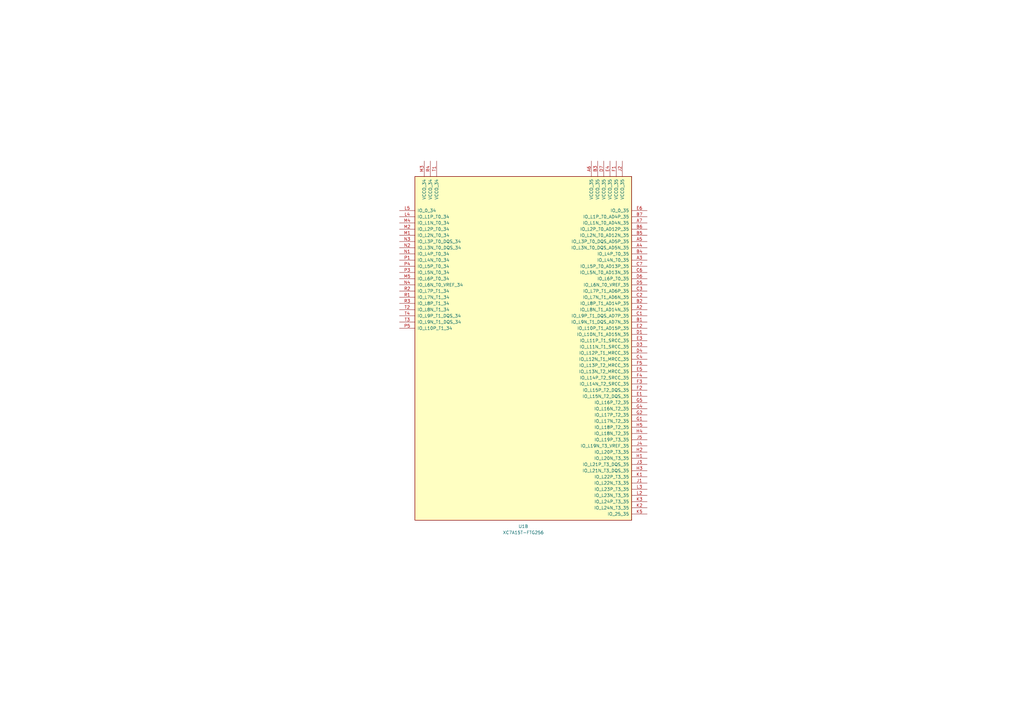
<source format=kicad_sch>
(kicad_sch (version 20231120) (generator "eeschema") (generator_version "8.0")
  (paper "A3")
  (lib_symbols
    (symbol "FPGA_Xilinx_Artix7:XC7A15T-FTG256" (pin_names (offset 1.016))
      (property "Reference" "U" (at 0 1.27 0))
      (property "Value" "XC7A15T-FTG256" (at 0 -1.27 0))
      (symbol "XC7A15T-FTG256_1_1"
        (rectangle (start -44.45 67.31) (end 44.45 -73.66) (stroke (width 0.254)) (fill (type background)))
        (pin bidirectional line (at 50.8 38.1 180) (length 6.35) (name "IO_L3N_T0_DQS_AD1N_15") (number "A10"))
        (pin bidirectional line (at 50.8 27.94 180) (length 6.35) (name "IO_L5N_T0_AD9N_15") (number "A12"))
        (pin bidirectional line (at 50.8 20.32 180) (length 6.35) (name "IO_L7P_T1_AD2P_15") (number "A13"))
        (pin bidirectional line (at 50.8 17.78 180) (length 6.35) (name "IO_L7N_T1_AD2N_15") (number "A14"))
        (pin bidirectional line (at 50.8 7.62 180) (length 6.35) (name "IO_L9N_T1_DQS_AD3N_15") (number "A15"))
        (pin power_in line (at 27.94 73.66 270) (length 6.35) (name "VCCO_15") (number "A16"))
        (pin bidirectional line (at 50.8 45.72 180) (length 6.35) (name "IO_L2P_T0_AD8P_15") (number "A8"))
        (pin bidirectional line (at 50.8 43.18 180) (length 6.35) (name "IO_L2N_T0_AD8N_15") (number "A9"))
        (pin bidirectional line (at 50.8 35.56 180) (length 6.35) (name "IO_L4P_T0_15") (number "B10"))
        (pin bidirectional line (at 50.8 33.02 180) (length 6.35) (name "IO_L4N_T0_15") (number "B11"))
        (pin bidirectional line (at 50.8 30.48 180) (length 6.35) (name "IO_L5P_T0_AD9P_15") (number "B12"))
        (pin power_in line (at 30.48 73.66 270) (length 6.35) (name "VCCO_15") (number "B13"))
        (pin bidirectional line (at 50.8 12.7 180) (length 6.35) (name "IO_L8N_T1_AD10N_15") (number "B14"))
        (pin bidirectional line (at 50.8 10.16 180) (length 6.35) (name "IO_L9P_T1_DQS_AD3P_15") (number "B15"))
        (pin bidirectional line (at 50.8 2.54 180) (length 6.35) (name "IO_L10N_T1_AD11N_15") (number "B16"))
        (pin bidirectional line (at 50.8 40.64 180) (length 6.35) (name "IO_L3P_T0_DQS_AD1P_15") (number "B9"))
        (pin power_in line (at 33.02 73.66 270) (length 6.35) (name "VCCO_15") (number "C10"))
        (pin bidirectional line (at 50.8 0 180) (length 6.35) (name "IO_L11P_T1_SRCC_15") (number "C11"))
        (pin bidirectional line (at 50.8 -2.54 180) (length 6.35) (name "IO_L11N_T1_SRCC_15") (number "C12"))
        (pin bidirectional line (at 50.8 -7.62 180) (length 6.35) (name "IO_L12N_T1_MRCC_15") (number "C13"))
        (pin bidirectional line (at 50.8 15.24 180) (length 6.35) (name "IO_L8P_T1_AD10P_15") (number "C14"))
        (pin bidirectional line (at 50.8 5.08 180) (length 6.35) (name "IO_L10P_T1_AD11P_15") (number "C16"))
        (pin bidirectional line (at 50.8 50.8 180) (length 6.35) (name "IO_L1P_T0_AD0P_15") (number "C8"))
        (pin bidirectional line (at 50.8 48.26 180) (length 6.35) (name "IO_L1N_T0_AD0N_15") (number "C9"))
        (pin bidirectional line (at 50.8 53.34 180) (length 6.35) (name "IO_0_15") (number "D10"))
        (pin bidirectional line (at 50.8 -17.78 180) (length 6.35) (name "IO_L14N_T2_SRCC_15") (number "D11"))
        (pin bidirectional line (at 50.8 -5.08 180) (length 6.35) (name "IO_L12P_T1_MRCC_15") (number "D13"))
        (pin bidirectional line (at 50.8 -20.32 180) (length 6.35) (name "IO_L15P_T2_DQS_15") (number "D14"))
        (pin bidirectional line (at 50.8 -22.86 180) (length 6.35) (name "IO_L15N_T2_DQS_ADV_B_15") (number "D15"))
        (pin bidirectional line (at 50.8 -33.02 180) (length 6.35) (name "IO_L17N_T2_A25_15") (number "D16"))
        (pin bidirectional line (at 50.8 25.4 180) (length 6.35) (name "IO_L6P_T0_15") (number "D8"))
        (pin bidirectional line (at 50.8 22.86 180) (length 6.35) (name "IO_L6N_T0_VREF_15") (number "D9"))
        (pin bidirectional line (at 50.8 -15.24 180) (length 6.35) (name "IO_L14P_T2_SRCC_15") (number "E11"))
        (pin bidirectional line (at 50.8 -10.16 180) (length 6.35) (name "IO_L13P_T2_MRCC_15") (number "E12"))
        (pin bidirectional line (at 50.8 -12.7 180) (length 6.35) (name "IO_L13N_T2_MRCC_15") (number "E13"))
        (pin power_in line (at 35.56 73.66 270) (length 6.35) (name "VCCO_15") (number "E14"))
        (pin bidirectional line (at 50.8 -38.1 180) (length 6.35) (name "IO_L18N_T2_A23_15") (number "E15"))
        (pin bidirectional line (at 50.8 -30.48 180) (length 6.35) (name "IO_L17P_T2_A26_15") (number "E16"))
        (pin bidirectional line (at 50.8 -25.4 180) (length 6.35) (name "IO_L16P_T2_A28_15") (number "F12"))
        (pin bidirectional line (at 50.8 -27.94 180) (length 6.35) (name "IO_L16N_T2_A27_15") (number "F13"))
        (pin bidirectional line (at 50.8 -53.34 180) (length 6.35) (name "IO_L21N_T3_DQS_A18_15") (number "F14"))
        (pin bidirectional line (at 50.8 -35.56 180) (length 6.35) (name "IO_L18P_T2_A24_15") (number "F15"))
        (pin bidirectional line (at 50.8 -71.12 180) (length 6.35) (name "IO_25_15") (number "G11"))
        (pin bidirectional line (at 50.8 -43.18 180) (length 6.35) (name "IO_L19N_T3_A21_VREF_15") (number "G12"))
        (pin bidirectional line (at 50.8 -50.8 180) (length 6.35) (name "IO_L21P_T3_DQS_15") (number "G14"))
        (pin bidirectional line (at 50.8 -68.58 180) (length 6.35) (name "IO_L24N_T3_RS0_15") (number "G15"))
        (pin bidirectional line (at 50.8 -58.42 180) (length 6.35) (name "IO_L22N_T3_A16_15") (number "G16"))
        (pin bidirectional line (at 50.8 -40.64 180) (length 6.35) (name "IO_L19P_T3_A22_15") (number "H11"))
        (pin bidirectional line (at 50.8 -45.72 180) (length 6.35) (name "IO_L20P_T3_A20_15") (number "H12"))
        (pin bidirectional line (at 50.8 -48.26 180) (length 6.35) (name "IO_L20N_T3_A19_15") (number "H13"))
        (pin bidirectional line (at 50.8 -66.04 180) (length 6.35) (name "IO_L24P_T3_RS1_15") (number "H14"))
        (pin power_in line (at 38.1 73.66 270) (length 6.35) (name "VCCO_15") (number "H15"))
        (pin bidirectional line (at 50.8 -55.88 180) (length 6.35) (name "IO_L22P_T3_A17_15") (number "H16"))
        (pin power_in line (at 40.64 73.66 270) (length 6.35) (name "VCCO_15") (number "J12"))
        (pin bidirectional line (at -50.8 50.8 0) (length 6.35) (name "IO_L1P_T0_D00_MOSI_14") (number "J13"))
        (pin bidirectional line (at -50.8 48.26 0) (length 6.35) (name "IO_L1N_T0_D01_DIN_14") (number "J14"))
        (pin bidirectional line (at 50.8 -60.96 180) (length 6.35) (name "IO_L23P_T3_FOE_B_15") (number "J15"))
        (pin bidirectional line (at 50.8 -63.5 180) (length 6.35) (name "IO_L23N_T3_FWE_B_15") (number "J16"))
        (pin bidirectional line (at -50.8 53.34 0) (length 6.35) (name "IO_0_14") (number "K12"))
        (pin bidirectional line (at -50.8 30.48 0) (length 6.35) (name "IO_L5P_T0_D06_14") (number "K13"))
        (pin bidirectional line (at -50.8 45.72 0) (length 6.35) (name "IO_L2P_T0_D02_14") (number "K15"))
        (pin bidirectional line (at -50.8 43.18 0) (length 6.35) (name "IO_L2N_T0_D03_14") (number "K16"))
        (pin bidirectional line (at -50.8 25.4 0) (length 6.35) (name "IO_L6P_T0_FCS_B_14") (number "L12"))
        (pin bidirectional line (at -50.8 27.94 0) (length 6.35) (name "IO_L5N_T0_D07_14") (number "L13"))
        (pin bidirectional line (at -50.8 35.56 0) (length 6.35) (name "IO_L4P_T0_D04_14") (number "L14"))
        (pin bidirectional line (at -50.8 40.64 0) (length 6.35) (name "IO_L3P_T0_DQS_PUDC_B_14") (number "L15"))
        (pin power_in line (at -40.64 73.66 270) (length 6.35) (name "VCCO_14") (number "L16"))
        (pin bidirectional line (at -50.8 22.86 0) (length 6.35) (name "IO_L6N_T0_D08_VREF_14") (number "M12"))
        (pin power_in line (at -38.1 73.66 270) (length 6.35) (name "VCCO_14") (number "M13"))
        (pin bidirectional line (at -50.8 33.02 0) (length 6.35) (name "IO_L4N_T0_D05_14") (number "M14"))
        (pin bidirectional line (at -50.8 38.1 0) (length 6.35) (name "IO_L3N_T0_DQS_EMCCLK_14") (number "M15"))
        (pin bidirectional line (at -50.8 20.32 0) (length 6.35) (name "IO_L7P_T1_D09_14") (number "M16"))
        (pin bidirectional line (at -50.8 -40.64 0) (length 6.35) (name "IO_L19P_T3_A10_D26_14") (number "M6"))
        (pin power_in line (at -35.56 73.66 270) (length 6.35) (name "VCCO_14") (number "N10"))
        (pin bidirectional line (at -50.8 -10.16 0) (length 6.35) (name "IO_L13P_T2_MRCC_14") (number "N11"))
        (pin bidirectional line (at -50.8 -12.7 0) (length 6.35) (name "IO_L13N_T2_MRCC_14") (number "N12"))
        (pin bidirectional line (at -50.8 0 0) (length 6.35) (name "IO_L11P_T1_SRCC_14") (number "N13"))
        (pin bidirectional line (at -50.8 -5.08 0) (length 6.35) (name "IO_L12P_T1_MRCC_14") (number "N14"))
        (pin bidirectional line (at -50.8 17.78 0) (length 6.35) (name "IO_L7N_T1_D10_14") (number "N16"))
        (pin bidirectional line (at -50.8 -43.18 0) (length 6.35) (name "IO_L19N_T3_A09_D25_VREF_14") (number "N6"))
        (pin bidirectional line (at -50.8 -35.56 0) (length 6.35) (name "IO_L18P_T2_A12_D28_14") (number "N9"))
        (pin bidirectional line (at -50.8 -15.24 0) (length 6.35) (name "IO_L14P_T2_SRCC_14") (number "P10"))
        (pin bidirectional line (at -50.8 -17.78 0) (length 6.35) (name "IO_L14N_T2_SRCC_14") (number "P11"))
        (pin bidirectional line (at -50.8 -2.54 0) (length 6.35) (name "IO_L11N_T1_SRCC_14") (number "P13"))
        (pin bidirectional line (at -50.8 -7.62 0) (length 6.35) (name "IO_L12N_T1_MRCC_14") (number "P14"))
        (pin bidirectional line (at -50.8 15.24 0) (length 6.35) (name "IO_L8P_T1_D11_14") (number "P15"))
        (pin bidirectional line (at -50.8 12.7 0) (length 6.35) (name "IO_L8N_T1_D12_14") (number "P16"))
        (pin bidirectional line (at -50.8 -71.12 0) (length 6.35) (name "IO_25_14") (number "P6"))
        (pin power_in line (at -33.02 73.66 270) (length 6.35) (name "VCCO_14") (number "P7"))
        (pin bidirectional line (at -50.8 -45.72 0) (length 6.35) (name "IO_L20P_T3_A08_D24_14") (number "P8"))
        (pin bidirectional line (at -50.8 -38.1 0) (length 6.35) (name "IO_L18N_T2_A11_D27_14") (number "P9"))
        (pin bidirectional line (at -50.8 -30.48 0) (length 6.35) (name "IO_L17P_T2_A14_D30_14") (number "R10"))
        (pin bidirectional line (at -50.8 -33.02 0) (length 6.35) (name "IO_L17N_T2_A13_D29_14") (number "R11"))
        (pin bidirectional line (at -50.8 -20.32 0) (length 6.35) (name "IO_L15P_T2_DQS_RDWR_B_14") (number "R12"))
        (pin bidirectional line (at -50.8 -25.4 0) (length 6.35) (name "IO_L16P_T2_CSI_B_14") (number "R13"))
        (pin power_in line (at -30.48 73.66 270) (length 6.35) (name "VCCO_14") (number "R14"))
        (pin bidirectional line (at -50.8 10.16 0) (length 6.35) (name "IO_L9P_T1_DQS_14") (number "R15"))
        (pin bidirectional line (at -50.8 7.62 0) (length 6.35) (name "IO_L9N_T1_DQS_D13_14") (number "R16"))
        (pin bidirectional line (at -50.8 -60.96 0) (length 6.35) (name "IO_L23P_T3_A03_D19_14") (number "R5"))
        (pin bidirectional line (at -50.8 -66.04 0) (length 6.35) (name "IO_L24P_T3_A01_D17_14") (number "R6"))
        (pin bidirectional line (at -50.8 -68.58 0) (length 6.35) (name "IO_L24N_T3_A00_D16_14") (number "R7"))
        (pin bidirectional line (at -50.8 -48.26 0) (length 6.35) (name "IO_L20N_T3_A07_D23_14") (number "R8"))
        (pin bidirectional line (at -50.8 -58.42 0) (length 6.35) (name "IO_L22N_T3_A04_D20_14") (number "T10"))
        (pin power_in line (at -27.94 73.66 270) (length 6.35) (name "VCCO_14") (number "T11"))
        (pin bidirectional line (at -50.8 -22.86 0) (length 6.35) (name "IO_L15N_T2_DQS_DOUT_CSO_B_14") (number "T12"))
        (pin bidirectional line (at -50.8 -27.94 0) (length 6.35) (name "IO_L16N_T2_A15_D31_14") (number "T13"))
        (pin bidirectional line (at -50.8 5.08 0) (length 6.35) (name "IO_L10P_T1_D14_14") (number "T14"))
        (pin bidirectional line (at -50.8 2.54 0) (length 6.35) (name "IO_L10N_T1_D15_14") (number "T15"))
        (pin bidirectional line (at -50.8 -63.5 0) (length 6.35) (name "IO_L23N_T3_A02_D18_14") (number "T5"))
        (pin bidirectional line (at -50.8 -50.8 0) (length 6.35) (name "IO_L21P_T3_DQS_14") (number "T7"))
        (pin bidirectional line (at -50.8 -53.34 0) (length 6.35) (name "IO_L21N_T3_DQS_A06_D22_14") (number "T8"))
        (pin bidirectional line (at -50.8 -55.88 0) (length 6.35) (name "IO_L22P_T3_A05_D21_14") (number "T9"))
      )
      (symbol "XC7A15T-FTG256_2_1"
        (rectangle (start -44.45 67.31) (end 44.45 -73.66) (stroke (width 0.254)) (fill (type background)))
        (pin bidirectional line (at 50.8 12.7 180) (length 6.35) (name "IO_L8N_T1_AD14N_35") (number "A2"))
        (pin bidirectional line (at 50.8 33.02 180) (length 6.35) (name "IO_L4N_T0_35") (number "A3"))
        (pin bidirectional line (at 50.8 38.1 180) (length 6.35) (name "IO_L3N_T0_DQS_AD5N_35") (number "A4"))
        (pin bidirectional line (at 50.8 40.64 180) (length 6.35) (name "IO_L3P_T0_DQS_AD5P_35") (number "A5"))
        (pin power_in line (at 27.94 73.66 270) (length 6.35) (name "VCCO_35") (number "A6"))
        (pin bidirectional line (at 50.8 48.26 180) (length 6.35) (name "IO_L1N_T0_AD4N_35") (number "A7"))
        (pin bidirectional line (at 50.8 7.62 180) (length 6.35) (name "IO_L9N_T1_DQS_AD7N_35") (number "B1"))
        (pin bidirectional line (at 50.8 15.24 180) (length 6.35) (name "IO_L8P_T1_AD14P_35") (number "B2"))
        (pin power_in line (at 30.48 73.66 270) (length 6.35) (name "VCCO_35") (number "B3"))
        (pin bidirectional line (at 50.8 35.56 180) (length 6.35) (name "IO_L4P_T0_35") (number "B4"))
        (pin bidirectional line (at 50.8 43.18 180) (length 6.35) (name "IO_L2N_T0_AD12N_35") (number "B5"))
        (pin bidirectional line (at 50.8 45.72 180) (length 6.35) (name "IO_L2P_T0_AD12P_35") (number "B6"))
        (pin bidirectional line (at 50.8 50.8 180) (length 6.35) (name "IO_L1P_T0_AD4P_35") (number "B7"))
        (pin bidirectional line (at 50.8 10.16 180) (length 6.35) (name "IO_L9P_T1_DQS_AD7P_35") (number "C1"))
        (pin bidirectional line (at 50.8 17.78 180) (length 6.35) (name "IO_L7N_T1_AD6N_35") (number "C2"))
        (pin bidirectional line (at 50.8 20.32 180) (length 6.35) (name "IO_L7P_T1_AD6P_35") (number "C3"))
        (pin bidirectional line (at 50.8 -7.62 180) (length 6.35) (name "IO_L12N_T1_MRCC_35") (number "C4"))
        (pin bidirectional line (at 50.8 27.94 180) (length 6.35) (name "IO_L5N_T0_AD13N_35") (number "C6"))
        (pin bidirectional line (at 50.8 30.48 180) (length 6.35) (name "IO_L5P_T0_AD13P_35") (number "C7"))
        (pin bidirectional line (at 50.8 2.54 180) (length 6.35) (name "IO_L10N_T1_AD15N_35") (number "D1"))
        (pin bidirectional line (at 50.8 -2.54 180) (length 6.35) (name "IO_L11N_T1_SRCC_35") (number "D3"))
        (pin bidirectional line (at 50.8 -5.08 180) (length 6.35) (name "IO_L12P_T1_MRCC_35") (number "D4"))
        (pin bidirectional line (at 50.8 22.86 180) (length 6.35) (name "IO_L6N_T0_VREF_35") (number "D5"))
        (pin bidirectional line (at 50.8 25.4 180) (length 6.35) (name "IO_L6P_T0_35") (number "D6"))
        (pin power_in line (at 33.02 73.66 270) (length 6.35) (name "VCCO_35") (number "D7"))
        (pin bidirectional line (at 50.8 -22.86 180) (length 6.35) (name "IO_L15N_T2_DQS_35") (number "E1"))
        (pin bidirectional line (at 50.8 5.08 180) (length 6.35) (name "IO_L10P_T1_AD15P_35") (number "E2"))
        (pin bidirectional line (at 50.8 0 180) (length 6.35) (name "IO_L11P_T1_SRCC_35") (number "E3"))
        (pin power_in line (at 35.56 73.66 270) (length 6.35) (name "VCCO_35") (number "E4"))
        (pin bidirectional line (at 50.8 -12.7 180) (length 6.35) (name "IO_L13N_T2_MRCC_35") (number "E5"))
        (pin bidirectional line (at 50.8 53.34 180) (length 6.35) (name "IO_0_35") (number "E6"))
        (pin power_in line (at 38.1 73.66 270) (length 6.35) (name "VCCO_35") (number "F1"))
        (pin bidirectional line (at 50.8 -20.32 180) (length 6.35) (name "IO_L15P_T2_DQS_35") (number "F2"))
        (pin bidirectional line (at 50.8 -17.78 180) (length 6.35) (name "IO_L14N_T2_SRCC_35") (number "F3"))
        (pin bidirectional line (at 50.8 -15.24 180) (length 6.35) (name "IO_L14P_T2_SRCC_35") (number "F4"))
        (pin bidirectional line (at 50.8 -10.16 180) (length 6.35) (name "IO_L13P_T2_MRCC_35") (number "F5"))
        (pin bidirectional line (at 50.8 -33.02 180) (length 6.35) (name "IO_L17N_T2_35") (number "G1"))
        (pin bidirectional line (at 50.8 -30.48 180) (length 6.35) (name "IO_L17P_T2_35") (number "G2"))
        (pin bidirectional line (at 50.8 -27.94 180) (length 6.35) (name "IO_L16N_T2_35") (number "G4"))
        (pin bidirectional line (at 50.8 -25.4 180) (length 6.35) (name "IO_L16P_T2_35") (number "G5"))
        (pin bidirectional line (at 50.8 -48.26 180) (length 6.35) (name "IO_L20N_T3_35") (number "H1"))
        (pin bidirectional line (at 50.8 -45.72 180) (length 6.35) (name "IO_L20P_T3_35") (number "H2"))
        (pin bidirectional line (at 50.8 -53.34 180) (length 6.35) (name "IO_L21N_T3_DQS_35") (number "H3"))
        (pin bidirectional line (at 50.8 -38.1 180) (length 6.35) (name "IO_L18N_T2_35") (number "H4"))
        (pin bidirectional line (at 50.8 -35.56 180) (length 6.35) (name "IO_L18P_T2_35") (number "H5"))
        (pin bidirectional line (at 50.8 -58.42 180) (length 6.35) (name "IO_L22N_T3_35") (number "J1"))
        (pin power_in line (at 40.64 73.66 270) (length 6.35) (name "VCCO_35") (number "J2"))
        (pin bidirectional line (at 50.8 -50.8 180) (length 6.35) (name "IO_L21P_T3_DQS_35") (number "J3"))
        (pin bidirectional line (at 50.8 -43.18 180) (length 6.35) (name "IO_L19N_T3_VREF_35") (number "J4"))
        (pin bidirectional line (at 50.8 -40.64 180) (length 6.35) (name "IO_L19P_T3_35") (number "J5"))
        (pin bidirectional line (at 50.8 -55.88 180) (length 6.35) (name "IO_L22P_T3_35") (number "K1"))
        (pin bidirectional line (at 50.8 -68.58 180) (length 6.35) (name "IO_L24N_T3_35") (number "K2"))
        (pin bidirectional line (at 50.8 -66.04 180) (length 6.35) (name "IO_L24P_T3_35") (number "K3"))
        (pin bidirectional line (at 50.8 -71.12 180) (length 6.35) (name "IO_25_35") (number "K5"))
        (pin bidirectional line (at 50.8 -63.5 180) (length 6.35) (name "IO_L23N_T3_35") (number "L2"))
        (pin bidirectional line (at 50.8 -60.96 180) (length 6.35) (name "IO_L23P_T3_35") (number "L3"))
        (pin bidirectional line (at -50.8 50.8 0) (length 6.35) (name "IO_L1P_T0_34") (number "L4"))
        (pin bidirectional line (at -50.8 53.34 0) (length 6.35) (name "IO_0_34") (number "L5"))
        (pin bidirectional line (at -50.8 43.18 0) (length 6.35) (name "IO_L2N_T0_34") (number "M1"))
        (pin bidirectional line (at -50.8 45.72 0) (length 6.35) (name "IO_L2P_T0_34") (number "M2"))
        (pin power_in line (at -40.64 73.66 270) (length 6.35) (name "VCCO_34") (number "M3"))
        (pin bidirectional line (at -50.8 48.26 0) (length 6.35) (name "IO_L1N_T0_34") (number "M4"))
        (pin bidirectional line (at -50.8 25.4 0) (length 6.35) (name "IO_L6P_T0_34") (number "M5"))
        (pin bidirectional line (at -50.8 35.56 0) (length 6.35) (name "IO_L4P_T0_34") (number "N1"))
        (pin bidirectional line (at -50.8 38.1 0) (length 6.35) (name "IO_L3N_T0_DQS_34") (number "N2"))
        (pin bidirectional line (at -50.8 40.64 0) (length 6.35) (name "IO_L3P_T0_DQS_34") (number "N3"))
        (pin bidirectional line (at -50.8 22.86 0) (length 6.35) (name "IO_L6N_T0_VREF_34") (number "N4"))
        (pin bidirectional line (at -50.8 33.02 0) (length 6.35) (name "IO_L4N_T0_34") (number "P1"))
        (pin bidirectional line (at -50.8 27.94 0) (length 6.35) (name "IO_L5N_T0_34") (number "P3"))
        (pin bidirectional line (at -50.8 30.48 0) (length 6.35) (name "IO_L5P_T0_34") (number "P4"))
        (pin bidirectional line (at -50.8 5.08 0) (length 6.35) (name "IO_L10P_T1_34") (number "P5"))
        (pin bidirectional line (at -50.8 17.78 0) (length 6.35) (name "IO_L7N_T1_34") (number "R1"))
        (pin bidirectional line (at -50.8 20.32 0) (length 6.35) (name "IO_L7P_T1_34") (number "R2"))
        (pin bidirectional line (at -50.8 15.24 0) (length 6.35) (name "IO_L8P_T1_34") (number "R3"))
        (pin power_in line (at -38.1 73.66 270) (length 6.35) (name "VCCO_34") (number "R4"))
        (pin power_in line (at -35.56 73.66 270) (length 6.35) (name "VCCO_34") (number "T1"))
        (pin bidirectional line (at -50.8 12.7 0) (length 6.35) (name "IO_L8N_T1_34") (number "T2"))
        (pin bidirectional line (at -50.8 7.62 0) (length 6.35) (name "IO_L9N_T1_DQS_34") (number "T3"))
        (pin bidirectional line (at -50.8 10.16 0) (length 6.35) (name "IO_L9P_T1_DQS_34") (number "T4"))
      )
      (symbol "XC7A15T-FTG256_3_1"
        (rectangle (start -31.75 34.29) (end 31.75 -40.64) (stroke (width 0.254)) (fill (type background)))
        (pin bidirectional line (at 38.1 -15.24 180) (length 6.35) (name "CFGBVS_0") (number "E7"))
        (pin bidirectional line (at 38.1 7.62 180) (length 6.35) (name "CCLK_0") (number "E8"))
        (pin bidirectional line (at 38.1 -5.08 180) (length 6.35) (name "DONE_0") (number "H10"))
        (pin bidirectional line (at 38.1 -30.48 180) (length 6.35) (name "VREFN_0") (number "H7"))
        (pin bidirectional line (at 38.1 -20.32 180) (length 6.35) (name "VP_0") (number "H8"))
        (pin bidirectional line (at 38.1 -22.86 180) (length 6.35) (name "VN_0") (number "J7"))
        (pin bidirectional line (at 38.1 -27.94 180) (length 6.35) (name "VREFP_0") (number "J8"))
        (pin bidirectional line (at 38.1 -7.62 180) (length 6.35) (name "INIT_B_0") (number "K10"))
        (pin bidirectional line (at 38.1 -38.1 180) (length 6.35) (name "DXN_0") (number "K7"))
        (pin bidirectional line (at 38.1 -35.56 180) (length 6.35) (name "DXP_0") (number "K8"))
        (pin power_in line (at 27.94 40.64 270) (length 6.35) (name "VCCO_0") (number "L6"))
        (pin bidirectional line (at 38.1 12.7 180) (length 6.35) (name "TCK_0") (number "L7"))
        (pin bidirectional line (at 38.1 -10.16 180) (length 6.35) (name "PROGRAM_B_0") (number "L9"))
        (pin bidirectional line (at 38.1 2.54 180) (length 6.35) (name "M1_0") (number "M10"))
        (pin bidirectional line (at 38.1 0 180) (length 6.35) (name "M2_0") (number "M11"))
        (pin bidirectional line (at 38.1 15.24 180) (length 6.35) (name "TMS_0") (number "M7"))
        (pin bidirectional line (at 38.1 5.08 180) (length 6.35) (name "M0_0") (number "M9"))
        (pin bidirectional line (at 38.1 20.32 180) (length 6.35) (name "TDI_0") (number "N7"))
        (pin bidirectional line (at 38.1 17.78 180) (length 6.35) (name "TDO_0") (number "N8"))
      )
      (symbol "XC7A15T-FTG256_4_1"
        (rectangle (start -19.05 35.56) (end 19.05 -35.56) (stroke (width 0.254)) (fill (type background)))
        (pin power_in line (at -25.4 2.54 0) (length 6.35) (name "GND") (number "A1"))
        (pin power_in line (at -25.4 0 0) (length 6.35) (name "GND") (number "A11"))
        (pin power_in line (at -25.4 -2.54 0) (length 6.35) (name "GND") (number "B8"))
        (pin power_in line (at -25.4 -7.62 0) (length 6.35) (name "GND") (number "C15"))
        (pin power_in line (at -25.4 -5.08 0) (length 6.35) (name "GND") (number "C5"))
        (pin power_in line (at -25.4 -12.7 0) (length 6.35) (name "GND") (number "D12"))
        (pin power_in line (at -25.4 -10.16 0) (length 6.35) (name "GND") (number "D2"))
        (pin power_in line (at -25.4 12.7 0) (length 6.35) (name "VCCBRAM") (number "E10"))
        (pin power_in line (at -25.4 -15.24 0) (length 6.35) (name "GND") (number "E9"))
        (pin power_in line (at -25.4 -20.32 0) (length 6.35) (name "GND") (number "F10"))
        (pin power_in line (at -25.4 10.16 0) (length 6.35) (name "VCCBRAM") (number "F11"))
        (pin power_in line (at -25.4 -22.86 0) (length 6.35) (name "GND") (number "F16"))
        (pin power_in line (at -25.4 -17.78 0) (length 6.35) (name "GND") (number "F6"))
        (pin power_in line (at 25.4 33.02 180) (length 6.35) (name "VCCINT") (number "F7"))
        (pin power_in line (at -25.4 15.24 0) (length 6.35) (name "VCCBATT_0") (number "F8"))
        (pin power_in line (at 25.4 30.48 180) (length 6.35) (name "VCCINT") (number "F9"))
        (pin power_in line (at -25.4 33.02 0) (length 6.35) (name "VCCAUX") (number "G10"))
        (pin power_in line (at -25.4 -30.48 0) (length 6.35) (name "GND") (number "G13"))
        (pin power_in line (at -25.4 -25.4 0) (length 6.35) (name "GND") (number "G3"))
        (pin power_in line (at 25.4 27.94 180) (length 6.35) (name "VCCINT") (number "G6"))
        (pin power_in line (at -25.4 20.32 0) (length 6.35) (name "GNDADC_0") (number "G7"))
        (pin power_in line (at -25.4 17.78 0) (length 6.35) (name "VCCADC_0") (number "G8"))
        (pin power_in line (at -25.4 -27.94 0) (length 6.35) (name "GND") (number "G9"))
        (pin power_in line (at -25.4 -33.02 0) (length 6.35) (name "GND") (number "H6"))
        (pin power_in line (at 25.4 25.4 180) (length 6.35) (name "VCCINT") (number "H9"))
        (pin power_in line (at -25.4 30.48 0) (length 6.35) (name "VCCAUX") (number "J10"))
        (pin power_in line (at 25.4 0 180) (length 6.35) (name "GND") (number "J11"))
        (pin power_in line (at 25.4 22.86 180) (length 6.35) (name "VCCINT") (number "J6"))
        (pin power_in line (at 25.4 2.54 180) (length 6.35) (name "GND") (number "J9"))
        (pin power_in line (at -25.4 27.94 0) (length 6.35) (name "VCCAUX") (number "K11"))
        (pin power_in line (at 25.4 -7.62 180) (length 6.35) (name "GND") (number "K14"))
        (pin power_in line (at 25.4 -2.54 180) (length 6.35) (name "GND") (number "K4"))
        (pin power_in line (at 25.4 -5.08 180) (length 6.35) (name "GND") (number "K6"))
        (pin power_in line (at 25.4 20.32 180) (length 6.35) (name "VCCINT") (number "K9"))
        (pin power_in line (at 25.4 -10.16 180) (length 6.35) (name "GND") (number "L1"))
        (pin power_in line (at -25.4 25.4 0) (length 6.35) (name "VCCAUX") (number "L10"))
        (pin power_in line (at 25.4 -12.7 180) (length 6.35) (name "GND") (number "L11"))
        (pin power_in line (at 25.4 17.78 180) (length 6.35) (name "VCCINT") (number "L8"))
        (pin power_in line (at 25.4 -15.24 180) (length 6.35) (name "GND") (number "M8"))
        (pin power_in line (at 25.4 -20.32 180) (length 6.35) (name "GND") (number "N15"))
        (pin power_in line (at 25.4 -17.78 180) (length 6.35) (name "GND") (number "N5"))
        (pin power_in line (at 25.4 -25.4 180) (length 6.35) (name "GND") (number "P12"))
        (pin power_in line (at 25.4 -22.86 180) (length 6.35) (name "GND") (number "P2"))
        (pin power_in line (at 25.4 -27.94 180) (length 6.35) (name "GND") (number "R9"))
        (pin power_in line (at 25.4 -33.02 180) (length 6.35) (name "GND") (number "T16"))
        (pin power_in line (at 25.4 -30.48 180) (length 6.35) (name "GND") (number "T6"))
      )
    )
  )
  (symbol (lib_id "FPGA_Xilinx_Artix7:XC7A15T-FTG256") (at 214.63 139.7 0) (unit 2)
    (property "Reference" "U1" (at 214.63 215.9 0))
    (property "Value" "XC7A15T-FTG256" (at 214.63 218.44 0))
    (property "Footprint" "Package_BGA:Xilinx_FTG256" (effects (hide yes)))
    (property "Description" "Artix 7 T 15 XC7A15T-FTG256" (effects (hide yes)))
  )
)
</source>
